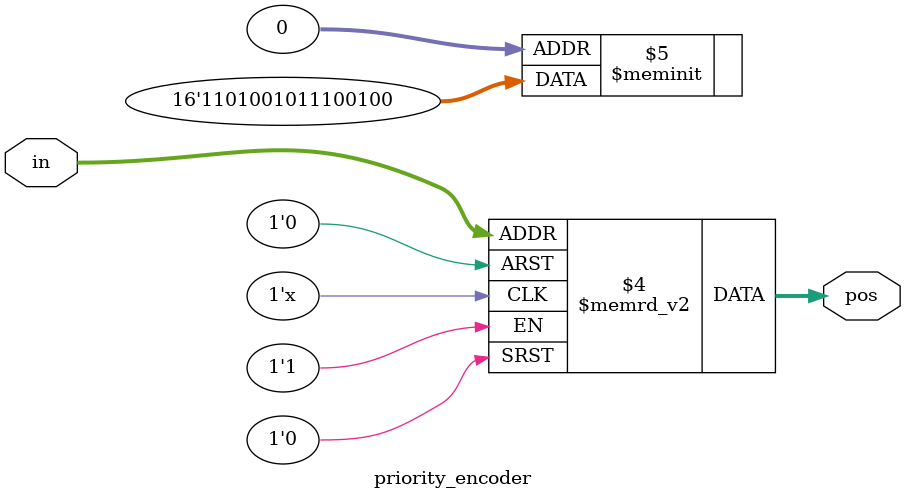
<source format=v>
module priority_encoder( 
input [2:0] in,
output reg [1:0] pos ); 
// When sel=1, assign b to out
always @ (in[0] or in[1] or in[2])
begin
case (in)
3'b000: pos <= 2'b00;
3'b001: pos <= 2'b01;
3'b010: pos <= 2'b10;
3'b011: pos <= 2'b11;
3'b100: pos <= 2'b10;
3'b101: pos <= 2'b00;
3'b110: pos <= 2'b01;
3'b111: pos <= 2'b11;
default: pos <= 2'b00; 
endcase
end
endmodule

</source>
